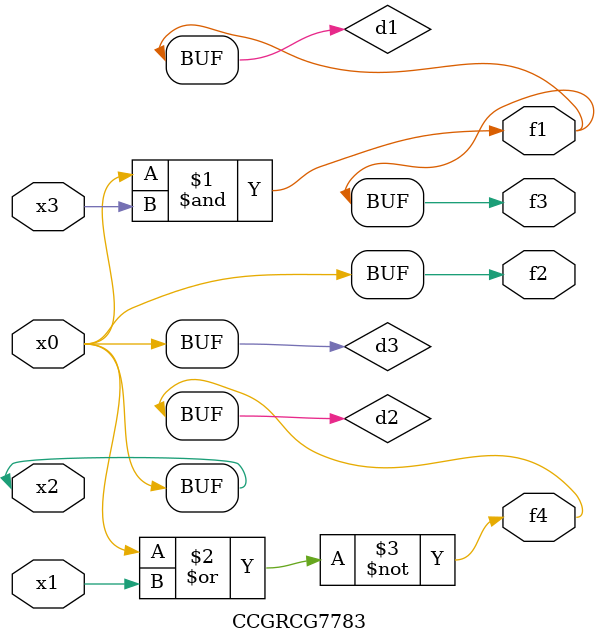
<source format=v>
module CCGRCG7783(
	input x0, x1, x2, x3,
	output f1, f2, f3, f4
);

	wire d1, d2, d3;

	and (d1, x2, x3);
	nor (d2, x0, x1);
	buf (d3, x0, x2);
	assign f1 = d1;
	assign f2 = d3;
	assign f3 = d1;
	assign f4 = d2;
endmodule

</source>
